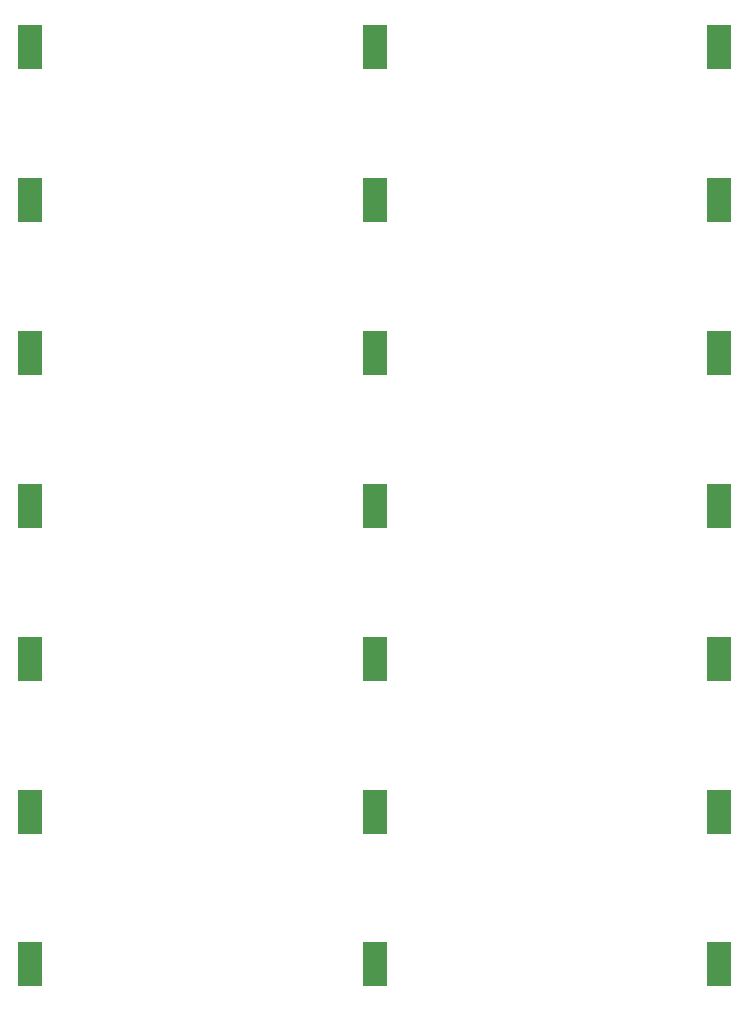
<source format=gbr>
G04 #@! TF.GenerationSoftware,KiCad,Pcbnew,5.1.2*
G04 #@! TF.CreationDate,2019-05-21T19:32:40-05:00*
G04 #@! TF.ProjectId,PlasticFrog,506c6173-7469-4634-9672-6f672e6b6963,rev?*
G04 #@! TF.SameCoordinates,Original*
G04 #@! TF.FileFunction,Paste,Bot*
G04 #@! TF.FilePolarity,Positive*
%FSLAX46Y46*%
G04 Gerber Fmt 4.6, Leading zero omitted, Abs format (unit mm)*
G04 Created by KiCad (PCBNEW 5.1.2) date 2019-05-21 19:32:40*
%MOMM*%
%LPD*%
G04 APERTURE LIST*
%ADD10R,2.000000X3.800000*%
G04 APERTURE END LIST*
D10*
X150700000Y-66850000D03*
X121500000Y-66850000D03*
X92300000Y-66850000D03*
X150700000Y-53900000D03*
X92300000Y-53900000D03*
X121500000Y-53900000D03*
X150700000Y-118650000D03*
X121500000Y-131600000D03*
X150700000Y-131600000D03*
X92300000Y-118650000D03*
X121500000Y-118650000D03*
X92300000Y-131600000D03*
X121500000Y-79800000D03*
X150700000Y-79800000D03*
X92300000Y-79800000D03*
X150700000Y-105700000D03*
X92300000Y-105700000D03*
X121500000Y-105700000D03*
X150700000Y-92750000D03*
X121500000Y-92750000D03*
X92300000Y-92750000D03*
M02*

</source>
